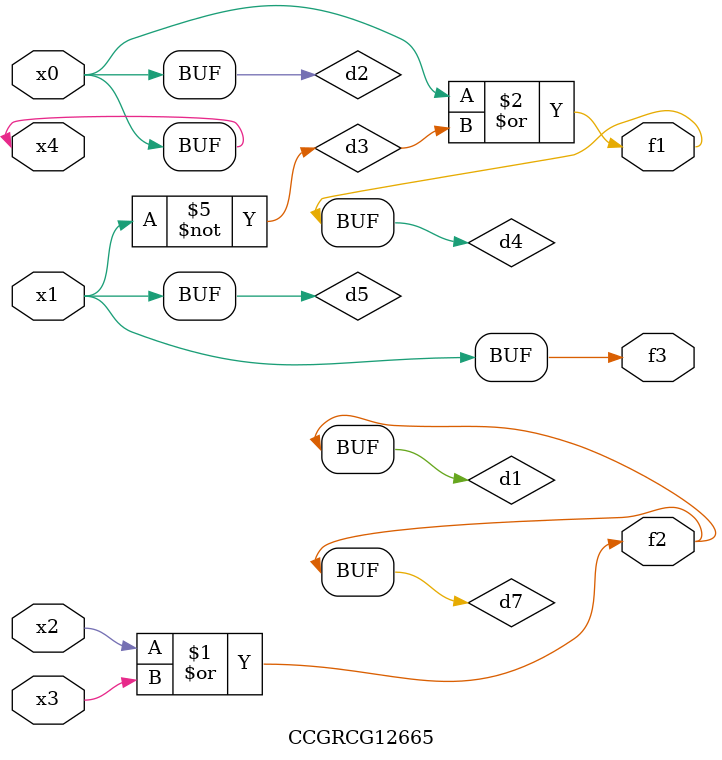
<source format=v>
module CCGRCG12665(
	input x0, x1, x2, x3, x4,
	output f1, f2, f3
);

	wire d1, d2, d3, d4, d5, d6, d7;

	or (d1, x2, x3);
	buf (d2, x0, x4);
	not (d3, x1);
	or (d4, d2, d3);
	not (d5, d3);
	nand (d6, d1, d3);
	or (d7, d1);
	assign f1 = d4;
	assign f2 = d7;
	assign f3 = d5;
endmodule

</source>
